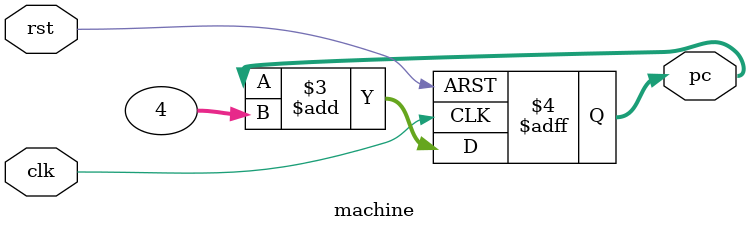
<source format=v>
`timescale 1ns / 1ps


module machine(
    input clk,
    input rst,
    output reg [31:0] pc
    );
    always @(posedge clk or posedge rst) begin
        if(rst == 1'b1) begin
            pc <= 0;
        end else
            pc <= pc + 4;
    end
endmodule

</source>
